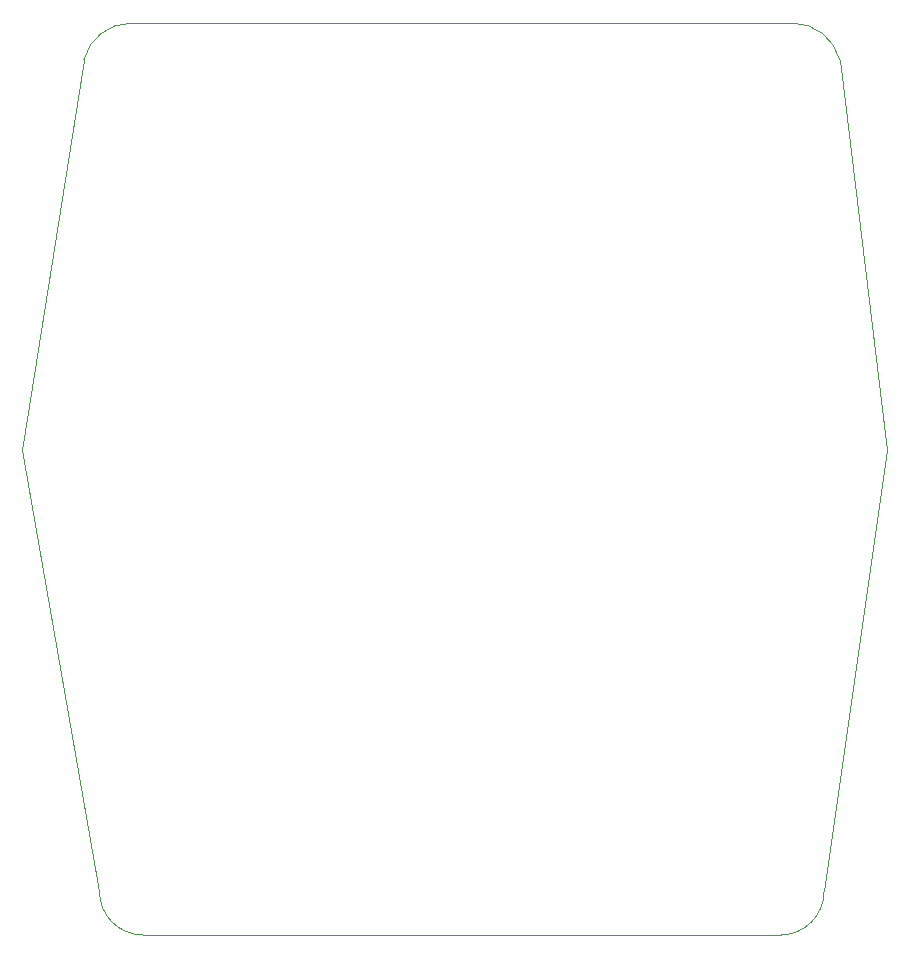
<source format=gbr>
%TF.GenerationSoftware,KiCad,Pcbnew,8.0.5*%
%TF.CreationDate,2025-01-14T19:01:26+01:00*%
%TF.ProjectId,rp_2040_pad_pre,72705f32-3034-4305-9f70-61645f707265,rev?*%
%TF.SameCoordinates,Original*%
%TF.FileFunction,Profile,NP*%
%FSLAX46Y46*%
G04 Gerber Fmt 4.6, Leading zero omitted, Abs format (unit mm)*
G04 Created by KiCad (PCBNEW 8.0.5) date 2025-01-14 19:01:26*
%MOMM*%
%LPD*%
G01*
G04 APERTURE LIST*
%TA.AperFunction,Profile*%
%ADD10C,0.050000*%
%TD*%
G04 APERTURE END LIST*
D10*
X178000000Y-63876895D02*
G75*
G02*
X181999999Y-67000000I0J-4123105D01*
G01*
X118000001Y-67000000D02*
G75*
G02*
X122000000Y-63876895I3999999J-1000000D01*
G01*
X112763933Y-100000000D02*
X119325766Y-137401924D01*
X112763933Y-100000000D02*
X118000000Y-67000000D01*
X186000000Y-100000000D02*
X180674234Y-137401924D01*
X182000000Y-67000000D02*
X186000000Y-100000000D01*
X178000000Y-63876895D02*
X122000000Y-63876895D01*
X123000000Y-141076158D02*
X177000000Y-141076158D01*
X180674234Y-137401924D02*
G75*
G02*
X177000000Y-141076158I-3674234J0D01*
G01*
X123000000Y-141076158D02*
G75*
G02*
X119325766Y-137401924I0J3674234D01*
G01*
M02*

</source>
